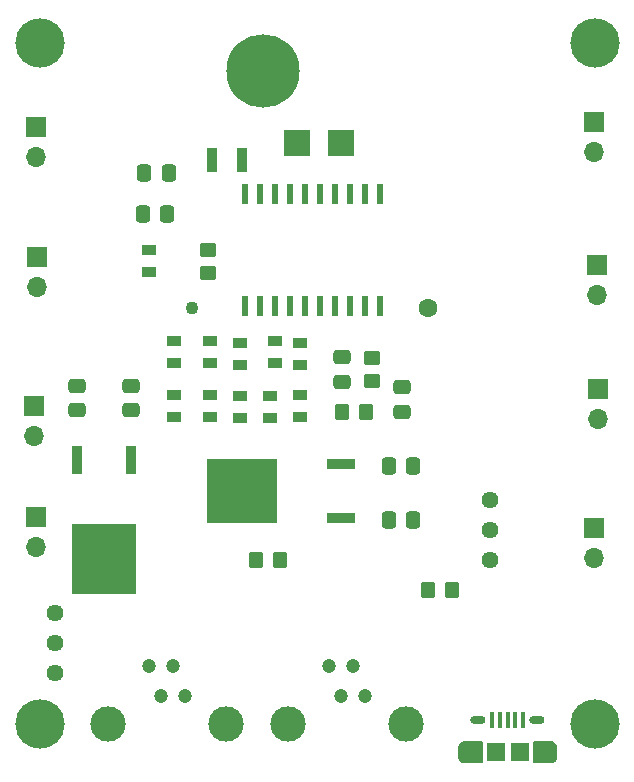
<source format=gts>
%TF.GenerationSoftware,KiCad,Pcbnew,(6.99.0-1698-gc3bed8f6ee)*%
%TF.CreationDate,2022-04-26T12:30:48-05:00*%
%TF.ProjectId,Pneumatics Control Unit V1,506e6575-6d61-4746-9963-7320436f6e74,rev?*%
%TF.SameCoordinates,Original*%
%TF.FileFunction,Soldermask,Top*%
%TF.FilePolarity,Negative*%
%FSLAX46Y46*%
G04 Gerber Fmt 4.6, Leading zero omitted, Abs format (unit mm)*
G04 Created by KiCad (PCBNEW (6.99.0-1698-gc3bed8f6ee)) date 2022-04-26 12:30:48*
%MOMM*%
%LPD*%
G01*
G04 APERTURE LIST*
G04 Aperture macros list*
%AMRoundRect*
0 Rectangle with rounded corners*
0 $1 Rounding radius*
0 $2 $3 $4 $5 $6 $7 $8 $9 X,Y pos of 4 corners*
0 Add a 4 corners polygon primitive as box body*
4,1,4,$2,$3,$4,$5,$6,$7,$8,$9,$2,$3,0*
0 Add four circle primitives for the rounded corners*
1,1,$1+$1,$2,$3*
1,1,$1+$1,$4,$5*
1,1,$1+$1,$6,$7*
1,1,$1+$1,$8,$9*
0 Add four rect primitives between the rounded corners*
20,1,$1+$1,$2,$3,$4,$5,0*
20,1,$1+$1,$4,$5,$6,$7,0*
20,1,$1+$1,$6,$7,$8,$9,0*
20,1,$1+$1,$8,$9,$2,$3,0*%
G04 Aperture macros list end*
%ADD10C,0.150000*%
%ADD11RoundRect,0.250000X0.475000X-0.337500X0.475000X0.337500X-0.475000X0.337500X-0.475000X-0.337500X0*%
%ADD12R,1.700000X1.700000*%
%ADD13O,1.700000X1.700000*%
%ADD14R,1.250000X0.855600*%
%ADD15C,4.170000*%
%ADD16C,3.000000*%
%ADD17C,1.200000*%
%ADD18R,0.939800X2.489200*%
%ADD19R,5.511800X5.918200*%
%ADD20RoundRect,0.250000X-0.337500X-0.475000X0.337500X-0.475000X0.337500X0.475000X-0.337500X0.475000X0*%
%ADD21R,2.184400X2.184400*%
%ADD22C,1.440000*%
%ADD23R,0.850900X2.006600*%
%ADD24RoundRect,0.250000X-0.475000X0.337500X-0.475000X-0.337500X0.475000X-0.337500X0.475000X0.337500X0*%
%ADD25R,0.400000X1.350000*%
%ADD26O,1.300000X0.650000*%
%ADD27O,0.775000X1.550000*%
%ADD28R,1.500000X1.550000*%
%ADD29R,0.533400X1.727200*%
%ADD30RoundRect,0.250000X0.350000X0.450000X-0.350000X0.450000X-0.350000X-0.450000X0.350000X-0.450000X0*%
%ADD31RoundRect,0.250000X-0.350000X-0.450000X0.350000X-0.450000X0.350000X0.450000X-0.350000X0.450000X0*%
%ADD32RoundRect,0.250000X-0.450000X0.350000X-0.450000X-0.350000X0.450000X-0.350000X0.450000X0.350000X0*%
%ADD33RoundRect,0.250000X0.450000X-0.350000X0.450000X0.350000X-0.450000X0.350000X-0.450000X-0.350000X0*%
%ADD34RoundRect,0.250000X0.337500X0.475000X-0.337500X0.475000X-0.337500X-0.475000X0.337500X-0.475000X0*%
%ADD35R,2.489200X0.939800*%
%ADD36R,5.918200X5.511800*%
%ADD37C,1.600000*%
%ADD38C,1.100000*%
%ADD39C,6.203200*%
G04 APERTURE END LIST*
%TO.C,J12*%
G36*
X144485000Y-130288000D02*
G01*
X143085000Y-130288000D01*
X143058832Y-130287315D01*
X143032736Y-130285261D01*
X143006783Y-130281844D01*
X142981044Y-130277074D01*
X142955590Y-130270963D01*
X142930492Y-130263528D01*
X142905816Y-130254790D01*
X142881632Y-130244773D01*
X142858005Y-130233503D01*
X142835000Y-130221013D01*
X142812680Y-130207335D01*
X142791107Y-130192508D01*
X142770340Y-130176573D01*
X142750435Y-130159572D01*
X142731447Y-130141553D01*
X142713428Y-130122565D01*
X142696427Y-130102660D01*
X142680492Y-130081893D01*
X142665665Y-130060320D01*
X142651987Y-130038000D01*
X142639497Y-130014995D01*
X142628227Y-129991368D01*
X142618210Y-129967184D01*
X142609472Y-129942508D01*
X142602037Y-129917410D01*
X142595926Y-129891956D01*
X142591156Y-129866217D01*
X142587739Y-129840264D01*
X142585685Y-129814168D01*
X142585000Y-129788000D01*
X142585000Y-129038000D01*
X142585685Y-129011832D01*
X142587739Y-128985736D01*
X142591156Y-128959783D01*
X142595926Y-128934044D01*
X142602037Y-128908590D01*
X142609472Y-128883492D01*
X142618210Y-128858816D01*
X142628227Y-128834632D01*
X142639497Y-128811005D01*
X142651987Y-128788000D01*
X142665665Y-128765680D01*
X142680492Y-128744107D01*
X142696427Y-128723340D01*
X142713428Y-128703435D01*
X142731447Y-128684447D01*
X142750435Y-128666428D01*
X142770340Y-128649427D01*
X142791107Y-128633492D01*
X142812680Y-128618665D01*
X142835000Y-128604987D01*
X142858005Y-128592497D01*
X142881632Y-128581227D01*
X142905816Y-128571210D01*
X142930492Y-128562472D01*
X142955590Y-128555037D01*
X142981044Y-128548926D01*
X143006783Y-128544156D01*
X143032736Y-128540739D01*
X143058832Y-128538685D01*
X143085000Y-128538000D01*
X144485000Y-128538000D01*
X144485000Y-130288000D01*
G37*
D10*
X144485000Y-130288000D02*
X143085000Y-130288000D01*
X143058832Y-130287315D01*
X143032736Y-130285261D01*
X143006783Y-130281844D01*
X142981044Y-130277074D01*
X142955590Y-130270963D01*
X142930492Y-130263528D01*
X142905816Y-130254790D01*
X142881632Y-130244773D01*
X142858005Y-130233503D01*
X142835000Y-130221013D01*
X142812680Y-130207335D01*
X142791107Y-130192508D01*
X142770340Y-130176573D01*
X142750435Y-130159572D01*
X142731447Y-130141553D01*
X142713428Y-130122565D01*
X142696427Y-130102660D01*
X142680492Y-130081893D01*
X142665665Y-130060320D01*
X142651987Y-130038000D01*
X142639497Y-130014995D01*
X142628227Y-129991368D01*
X142618210Y-129967184D01*
X142609472Y-129942508D01*
X142602037Y-129917410D01*
X142595926Y-129891956D01*
X142591156Y-129866217D01*
X142587739Y-129840264D01*
X142585685Y-129814168D01*
X142585000Y-129788000D01*
X142585000Y-129038000D01*
X142585685Y-129011832D01*
X142587739Y-128985736D01*
X142591156Y-128959783D01*
X142595926Y-128934044D01*
X142602037Y-128908590D01*
X142609472Y-128883492D01*
X142618210Y-128858816D01*
X142628227Y-128834632D01*
X142639497Y-128811005D01*
X142651987Y-128788000D01*
X142665665Y-128765680D01*
X142680492Y-128744107D01*
X142696427Y-128723340D01*
X142713428Y-128703435D01*
X142731447Y-128684447D01*
X142750435Y-128666428D01*
X142770340Y-128649427D01*
X142791107Y-128633492D01*
X142812680Y-128618665D01*
X142835000Y-128604987D01*
X142858005Y-128592497D01*
X142881632Y-128581227D01*
X142905816Y-128571210D01*
X142930492Y-128562472D01*
X142955590Y-128555037D01*
X142981044Y-128548926D01*
X143006783Y-128544156D01*
X143032736Y-128540739D01*
X143058832Y-128538685D01*
X143085000Y-128538000D01*
X144485000Y-128538000D01*
X144485000Y-130288000D01*
G36*
X150311168Y-128538685D02*
G01*
X150337264Y-128540739D01*
X150363217Y-128544156D01*
X150388956Y-128548926D01*
X150414410Y-128555037D01*
X150439508Y-128562472D01*
X150464184Y-128571210D01*
X150488368Y-128581227D01*
X150511995Y-128592497D01*
X150535000Y-128604987D01*
X150557320Y-128618665D01*
X150578893Y-128633492D01*
X150599660Y-128649427D01*
X150619565Y-128666428D01*
X150638553Y-128684447D01*
X150656572Y-128703435D01*
X150673573Y-128723340D01*
X150689508Y-128744107D01*
X150704335Y-128765680D01*
X150718013Y-128788000D01*
X150730503Y-128811005D01*
X150741773Y-128834632D01*
X150751790Y-128858816D01*
X150760528Y-128883492D01*
X150767963Y-128908590D01*
X150774074Y-128934044D01*
X150778844Y-128959783D01*
X150782261Y-128985736D01*
X150784315Y-129011832D01*
X150785000Y-129038000D01*
X150785000Y-129788000D01*
X150784315Y-129814168D01*
X150782261Y-129840264D01*
X150778844Y-129866217D01*
X150774074Y-129891956D01*
X150767963Y-129917410D01*
X150760528Y-129942508D01*
X150751790Y-129967184D01*
X150741773Y-129991368D01*
X150730503Y-130014995D01*
X150718013Y-130038000D01*
X150704335Y-130060320D01*
X150689508Y-130081893D01*
X150673573Y-130102660D01*
X150656572Y-130122565D01*
X150638553Y-130141553D01*
X150619565Y-130159572D01*
X150599660Y-130176573D01*
X150578893Y-130192508D01*
X150557320Y-130207335D01*
X150535000Y-130221013D01*
X150511995Y-130233503D01*
X150488368Y-130244773D01*
X150464184Y-130254790D01*
X150439508Y-130263528D01*
X150414410Y-130270963D01*
X150388956Y-130277074D01*
X150363217Y-130281844D01*
X150337264Y-130285261D01*
X150311168Y-130287315D01*
X150285000Y-130288000D01*
X148885000Y-130288000D01*
X148885000Y-128538000D01*
X150285000Y-128538000D01*
X150311168Y-128538685D01*
G37*
X150311168Y-128538685D02*
X150337264Y-128540739D01*
X150363217Y-128544156D01*
X150388956Y-128548926D01*
X150414410Y-128555037D01*
X150439508Y-128562472D01*
X150464184Y-128571210D01*
X150488368Y-128581227D01*
X150511995Y-128592497D01*
X150535000Y-128604987D01*
X150557320Y-128618665D01*
X150578893Y-128633492D01*
X150599660Y-128649427D01*
X150619565Y-128666428D01*
X150638553Y-128684447D01*
X150656572Y-128703435D01*
X150673573Y-128723340D01*
X150689508Y-128744107D01*
X150704335Y-128765680D01*
X150718013Y-128788000D01*
X150730503Y-128811005D01*
X150741773Y-128834632D01*
X150751790Y-128858816D01*
X150760528Y-128883492D01*
X150767963Y-128908590D01*
X150774074Y-128934044D01*
X150778844Y-128959783D01*
X150782261Y-128985736D01*
X150784315Y-129011832D01*
X150785000Y-129038000D01*
X150785000Y-129788000D01*
X150784315Y-129814168D01*
X150782261Y-129840264D01*
X150778844Y-129866217D01*
X150774074Y-129891956D01*
X150767963Y-129917410D01*
X150760528Y-129942508D01*
X150751790Y-129967184D01*
X150741773Y-129991368D01*
X150730503Y-130014995D01*
X150718013Y-130038000D01*
X150704335Y-130060320D01*
X150689508Y-130081893D01*
X150673573Y-130102660D01*
X150656572Y-130122565D01*
X150638553Y-130141553D01*
X150619565Y-130159572D01*
X150599660Y-130176573D01*
X150578893Y-130192508D01*
X150557320Y-130207335D01*
X150535000Y-130221013D01*
X150511995Y-130233503D01*
X150488368Y-130244773D01*
X150464184Y-130254790D01*
X150439508Y-130263528D01*
X150414410Y-130270963D01*
X150388956Y-130277074D01*
X150363217Y-130281844D01*
X150337264Y-130285261D01*
X150311168Y-130287315D01*
X150285000Y-130288000D01*
X148885000Y-130288000D01*
X148885000Y-128538000D01*
X150285000Y-128538000D01*
X150311168Y-128538685D01*
%TD*%
D11*
%TO.C,C25*%
X110236000Y-100478500D03*
X110236000Y-98403500D03*
%TD*%
%TO.C,C24*%
X114808000Y-100478500D03*
X114808000Y-98403500D03*
%TD*%
D12*
%TO.C,J10*%
X153948999Y-110478249D03*
D13*
X153948999Y-113018249D03*
%TD*%
D14*
%TO.C,C19*%
X118427499Y-101003799D03*
X118427499Y-99148199D03*
%TD*%
%TO.C,C15*%
X129095499Y-96622299D03*
X129095499Y-94766699D03*
%TD*%
D12*
%TO.C,J11*%
X154202999Y-88157999D03*
D13*
X154202999Y-90697999D03*
%TD*%
D15*
%TO.C,H2*%
X107061000Y-69342000D03*
%TD*%
D12*
%TO.C,J5*%
X106704999Y-76473999D03*
D13*
X106704999Y-79013999D03*
%TD*%
D14*
%TO.C,C14*%
X129095499Y-101003799D03*
X129095499Y-99148199D03*
%TD*%
%TO.C,C20*%
X118427499Y-96431799D03*
X118427499Y-94576199D03*
%TD*%
D16*
%TO.C,J1*%
X112856000Y-126992000D03*
X122856000Y-126992000D03*
D17*
X119386000Y-124692000D03*
X118366000Y-122152000D03*
X117346000Y-124692000D03*
X116326000Y-122152000D03*
%TD*%
D18*
%TO.C,U4*%
X114811999Y-104711499D03*
X110231999Y-104711499D03*
D19*
X112521999Y-113080799D03*
%TD*%
D20*
%TO.C,C23*%
X136630500Y-105156000D03*
X138705500Y-105156000D03*
%TD*%
D21*
%TO.C,CR1*%
X128821099Y-77857349D03*
X132529499Y-77857349D03*
%TD*%
D14*
%TO.C,C16*%
X126555499Y-101091999D03*
X126555499Y-99236399D03*
%TD*%
D22*
%TO.C,J14*%
X145161000Y-108077000D03*
X145161000Y-110617000D03*
X145161000Y-113157000D03*
%TD*%
D23*
%TO.C,L1*%
X121659649Y-79247999D03*
X124212349Y-79247999D03*
%TD*%
D24*
%TO.C,C7*%
X132651500Y-95990500D03*
X132651500Y-98065500D03*
%TD*%
D25*
%TO.C,J12*%
X145384999Y-126712999D03*
X146034999Y-126712999D03*
X146684999Y-126712999D03*
X147334999Y-126712999D03*
X147984999Y-126712999D03*
D26*
X144184999Y-126712999D03*
X149184999Y-126712999D03*
D27*
X143184999Y-129412999D03*
D28*
X145684999Y-129412999D03*
X147684999Y-129412999D03*
D27*
X150184999Y-129412999D03*
%TD*%
D14*
%TO.C,C17*%
X124015499Y-96622299D03*
X124015499Y-94766699D03*
%TD*%
D15*
%TO.C,H4*%
X107061000Y-127000000D03*
%TD*%
%TO.C,H1*%
X154051000Y-69342000D03*
%TD*%
D29*
%TO.C,U2*%
X135889999Y-82118199D03*
X134619999Y-82118199D03*
X133349999Y-82118199D03*
X132079999Y-82118199D03*
X130809999Y-82118199D03*
X129539999Y-82118199D03*
X128269999Y-82118199D03*
X126999999Y-82118199D03*
X125729999Y-82118199D03*
X124459999Y-82118199D03*
X124459999Y-91617799D03*
X125729999Y-91617799D03*
X126999999Y-91617799D03*
X128269999Y-91617799D03*
X129539999Y-91617799D03*
X130809999Y-91617799D03*
X132079999Y-91617799D03*
X133349999Y-91617799D03*
X134619999Y-91617799D03*
X135889999Y-91617799D03*
%TD*%
D14*
%TO.C,C18*%
X121475499Y-96431799D03*
X121475499Y-94576199D03*
%TD*%
D12*
%TO.C,J4*%
X106806999Y-87522999D03*
D13*
X106806999Y-90062999D03*
%TD*%
D30*
%TO.C,R9*%
X141954000Y-115697000D03*
X139954000Y-115697000D03*
%TD*%
D20*
%TO.C,C22*%
X136630500Y-109728000D03*
X138705500Y-109728000D03*
%TD*%
D31*
%TO.C,R6*%
X132667500Y-100584000D03*
X134667500Y-100584000D03*
%TD*%
D11*
%TO.C,C6*%
X137731500Y-100605500D03*
X137731500Y-98530500D03*
%TD*%
D32*
%TO.C,R7*%
X135191500Y-96028000D03*
X135191500Y-98028000D03*
%TD*%
D30*
%TO.C,R8*%
X127365000Y-113157000D03*
X125365000Y-113157000D03*
%TD*%
D14*
%TO.C,C13*%
X126999999Y-96431799D03*
X126999999Y-94576199D03*
%TD*%
D12*
%TO.C,J9*%
X153948999Y-76061249D03*
D13*
X153948999Y-78601249D03*
%TD*%
D14*
%TO.C,C11*%
X116331999Y-86867999D03*
X116331999Y-88723599D03*
%TD*%
D20*
%TO.C,C26*%
X115802500Y-83820000D03*
X117877500Y-83820000D03*
%TD*%
D33*
%TO.C,R5*%
X121285000Y-88868000D03*
X121285000Y-86868000D03*
%TD*%
D15*
%TO.C,H3*%
X154051000Y-127000000D03*
%TD*%
D22*
%TO.C,J13*%
X108331000Y-117602000D03*
X108331000Y-120142000D03*
X108331000Y-122682000D03*
%TD*%
D12*
%TO.C,J7*%
X154329999Y-98678999D03*
D13*
X154329999Y-101218999D03*
%TD*%
D14*
%TO.C,C12*%
X121475499Y-101003799D03*
X121475499Y-99148199D03*
%TD*%
D12*
%TO.C,J6*%
X106577999Y-100095999D03*
D13*
X106577999Y-102635999D03*
%TD*%
D14*
%TO.C,C21*%
X124015499Y-101091999D03*
X124015499Y-99236399D03*
%TD*%
D34*
%TO.C,C27*%
X117988500Y-80391000D03*
X115913500Y-80391000D03*
%TD*%
D12*
%TO.C,J8*%
X106704999Y-109473999D03*
D13*
X106704999Y-112013999D03*
%TD*%
D35*
%TO.C,U3*%
X132575299Y-109604999D03*
X132575299Y-105024999D03*
D36*
X124205999Y-107314999D03*
%TD*%
D16*
%TO.C,J2*%
X128096000Y-126992000D03*
X138096000Y-126992000D03*
D17*
X134626000Y-124692000D03*
X133606000Y-122152000D03*
X132586000Y-124692000D03*
X131566000Y-122152000D03*
%TD*%
D37*
%TO.C,J3*%
X139975500Y-91781250D03*
D38*
X119975500Y-91781250D03*
%TD*%
D39*
%TO.C,H5*%
X125979500Y-71783250D03*
%TD*%
M02*

</source>
